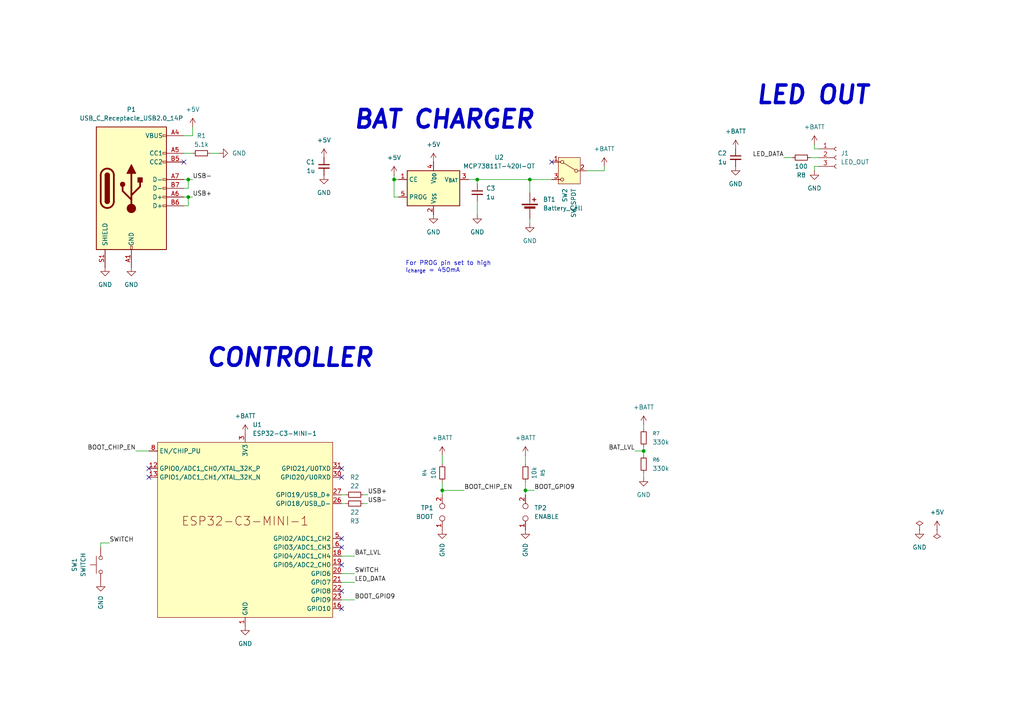
<source format=kicad_sch>
(kicad_sch (version 20250114) (generator "eeschema") (generator_version "9.0")
  (paper "A4")
  (title_block (title "Wearable WLED Controller") (date "2025-12-23") (rev "0.0.0") (company "Miłosz Derżko"))
  (lib_symbols
    (symbol "Battery_Management:MCP73811T-420I-OT"
      (property "Reference" "U" (at -6.35 6.35 0))
      (property "Value" "MCP73811T-420I-OT" (at 1.27 6.35 0))
      (symbol "MCP73811T-420I-OT_0_1"
        (rectangle (start -7.62 5.08) (end 7.62 -5.08) (stroke (width 0.254)) (fill (type background)))
      )
      (symbol "MCP73811T-420I-OT_1_1"
        (pin input line (at -10.16 2.54 0) (length 2.54) (name "CE") (number "1"))
        (pin input line (at -10.16 -2.54 0) (length 2.54) (name "PROG") (number "5"))
        (pin power_in line (at 0 7.62 270) (length 2.54) (name "V_{DD}") (number "4"))
        (pin power_in line (at 0 -7.62 90) (length 2.54) (name "V_{SS}") (number "2"))
        (pin power_out line (at 10.16 2.54 180) (length 2.54) (name "V_{BAT}") (number "3"))
      )
    )
    (symbol "Connector:Conn_01x03_Socket" (pin_names (offset 1.016) (hide yes))
      (property "Reference" "J" (at 0 5.08 0))
      (property "Value" "Conn_01x03_Socket" (at 0 -5.08 0))
      (symbol "Conn_01x03_Socket_1_1"
        (polyline (pts (xy -1.27 2.54) (xy -0.508 2.54)) (stroke (width 0.1524)))
        (polyline (pts (xy -1.27 0) (xy -0.508 0)) (stroke (width 0.1524)))
        (polyline (pts (xy -1.27 -2.54) (xy -0.508 -2.54)) (stroke (width 0.1524)))
        (arc (start 0 2.032) (mid -0.5058 2.54) (end 0 3.048) (stroke (width 0.1524)))
        (arc (start 0 -0.508) (mid -0.5058 0) (end 0 0.508) (stroke (width 0.1524)))
        (arc (start 0 -3.048) (mid -0.5058 -2.54) (end 0 -2.032) (stroke (width 0.1524)))
        (pin passive line (at -5.08 2.54 0) (length 3.81) (name "Pin_1") (number "1"))
        (pin passive line (at -5.08 0 0) (length 3.81) (name "Pin_2") (number "2"))
        (pin passive line (at -5.08 -2.54 0) (length 3.81) (name "Pin_3") (number "3"))
      )
    )
    (symbol "Connector:TestPoint_2Pole" (pin_names (offset 0.762) (hide yes))
      (property "Reference" "TP" (at 0 1.524 0))
      (property "Value" "TestPoint_2Pole" (at 0 -1.778 0))
      (symbol "TestPoint_2Pole_0_1"
        (circle (center -1.778 0) (radius 0.762))
        (circle (center 1.778 0) (radius 0.762))
        (pin passive line (at -5.08 0 0) (length 2.54) (name "1") (number "1"))
        (pin passive line (at 5.08 0 180) (length 2.54) (name "2") (number "2"))
      )
    )
    (symbol "Connector:USB_C_Receptacle_USB2.0_14P" (pin_names (offset 1.016))
      (property "Reference" "J" (at 0 22.225 0))
      (property "Value" "USB_C_Receptacle_USB2.0_14P" (at 0 19.685 0))
      (symbol "USB_C_Receptacle_USB2.0_14P_0_0"
        (rectangle (start -0.254 -17.78) (end 0.254 -16.764))
        (rectangle (start 10.16 15.494) (end 9.144 14.986))
        (rectangle (start 10.16 10.414) (end 9.144 9.906))
        (rectangle (start 10.16 7.874) (end 9.144 7.366))
        (rectangle (start 10.16 2.794) (end 9.144 2.286))
        (rectangle (start 10.16 0.254) (end 9.144 -0.254))
        (rectangle (start 10.16 -2.286) (end 9.144 -2.794))
        (rectangle (start 10.16 -4.826) (end 9.144 -5.334))
      )
      (symbol "USB_C_Receptacle_USB2.0_14P_0_1"
        (rectangle (start -10.16 17.78) (end 10.16 -17.78) (stroke (width 0.254)) (fill (type background)))
        (polyline (pts (xy -8.89 -3.81) (xy -8.89 3.81)) (stroke (width 0.508)))
        (rectangle (start -7.62 -3.81) (end -6.35 3.81) (stroke (width 0.254)) (fill (type outline)))
        (arc (start -7.62 3.81) (mid -6.985 4.4423) (end -6.35 3.81) (stroke (width 0.254)))
        (arc (start -7.62 3.81) (mid -6.985 4.4423) (end -6.35 3.81) (stroke (width 0.254)) (fill (type outline)))
        (arc (start -8.89 3.81) (mid -6.985 5.7067) (end -5.08 3.81) (stroke (width 0.508)))
        (arc (start -5.08 -3.81) (mid -6.985 -5.7067) (end -8.89 -3.81) (stroke (width 0.508)))
        (arc (start -6.35 -3.81) (mid -6.985 -4.4423) (end -7.62 -3.81) (stroke (width 0.254)))
        (arc (start -6.35 -3.81) (mid -6.985 -4.4423) (end -7.62 -3.81) (stroke (width 0.254)) (fill (type outline)))
        (polyline (pts (xy -5.08 3.81) (xy -5.08 -3.81)) (stroke (width 0.508)))
        (circle (center -2.54 1.143) (radius 0.635) (stroke (width 0.254)) (fill (type outline)))
        (polyline (pts (xy -1.27 4.318) (xy 0 6.858) (xy 1.27 4.318) (xy -1.27 4.318)) (stroke (width 0.254)) (fill (type outline)))
        (polyline (pts (xy 0 -2.032) (xy 2.54 0.508) (xy 2.54 1.778)) (stroke (width 0.508)))
        (polyline (pts (xy 0 -3.302) (xy -2.54 -0.762) (xy -2.54 0.508)) (stroke (width 0.508)))
        (polyline (pts (xy 0 -5.842) (xy 0 4.318)) (stroke (width 0.508)))
        (circle (center 0 -5.842) (radius 1.27) (fill (type outline)))
        (rectangle (start 1.905 1.778) (end 3.175 3.048) (stroke (width 0.254)) (fill (type outline)))
      )
      (symbol "USB_C_Receptacle_USB2.0_14P_1_1"
        (pin passive line (at -7.62 -22.86 90) (length 5.08) (name "SHIELD") (number "S1"))
        (pin passive line (at 0 -22.86 90) (length 5.08) (name "GND") (number "A1"))
        (pin passive line (at 0 -22.86 90) (length 5.08) (hide yes) (name "GND") (number "A12"))
        (pin passive line (at 0 -22.86 90) (length 5.08) (hide yes) (name "GND") (number "B1"))
        (pin passive line (at 0 -22.86 90) (length 5.08) (hide yes) (name "GND") (number "B12"))
        (pin passive line (at 15.24 15.24 180) (length 5.08) (name "VBUS") (number "A4"))
        (pin passive line (at 15.24 15.24 180) (length 5.08) (hide yes) (name "VBUS") (number "A9"))
        (pin passive line (at 15.24 15.24 180) (length 5.08) (hide yes) (name "VBUS") (number "B4"))
        (pin passive line (at 15.24 15.24 180) (length 5.08) (hide yes) (name "VBUS") (number "B9"))
        (pin bidirectional line (at 15.24 10.16 180) (length 5.08) (name "CC1") (number "A5"))
        (pin bidirectional line (at 15.24 7.62 180) (length 5.08) (name "CC2") (number "B5"))
        (pin bidirectional line (at 15.24 2.54 180) (length 5.08) (name "D-") (number "A7"))
        (pin bidirectional line (at 15.24 0 180) (length 5.08) (name "D-") (number "B7"))
        (pin bidirectional line (at 15.24 -2.54 180) (length 5.08) (name "D+") (number "A6"))
        (pin bidirectional line (at 15.24 -5.08 180) (length 5.08) (name "D+") (number "B6"))
      )
    )
    (symbol "Device:Battery_Cell" (pin_numbers (hide yes)) (pin_names (offset 0) (hide yes))
      (property "Reference" "BT" (at 2.54 2.54 0))
      (property "Value" "Battery_Cell" (at 2.54 0 0))
      (symbol "Battery_Cell_0_1"
        (rectangle (start -2.286 1.778) (end 2.286 1.524) (fill (type outline)))
        (rectangle (start -1.524 1.016) (end 1.524 0.508) (fill (type outline)))
        (polyline (pts (xy 0 1.778) (xy 0 2.54)))
        (polyline (pts (xy 0 0.762) (xy 0 0)))
        (polyline (pts (xy 0.762 3.048) (xy 1.778 3.048)) (stroke (width 0.254)))
        (polyline (pts (xy 1.27 3.556) (xy 1.27 2.54)) (stroke (width 0.254)))
      )
      (symbol "Battery_Cell_1_1"
        (pin passive line (at 0 5.08 270) (length 2.54) (name "+") (number "1"))
        (pin passive line (at 0 -2.54 90) (length 2.54) (name "-") (number "2"))
      )
    )
    (symbol "Device:C_Small" (pin_numbers (hide yes)) (pin_names (offset 0.254) (hide yes))
      (property "Reference" "C" (at 0.254 1.778 0))
      (property "Value" "C_Small" (at 0.254 -2.032 0))
      (symbol "C_Small_0_1"
        (polyline (pts (xy -1.524 0.508) (xy 1.524 0.508)) (stroke (width 0.3048)))
        (polyline (pts (xy -1.524 -0.508) (xy 1.524 -0.508)) (stroke (width 0.3302)))
      )
      (symbol "C_Small_1_1"
        (pin passive line (at 0 2.54 270) (length 2.032) (name "~") (number "1"))
        (pin passive line (at 0 -2.54 90) (length 2.032) (name "~") (number "2"))
      )
    )
    (symbol "Device:R_Small" (pin_numbers (hide yes)) (pin_names (offset 0.254) (hide yes))
      (property "Reference" "R" (at 0 0 90))
      (property "Value" "R_Small" (at 1.778 0 90))
      (symbol "R_Small_0_1"
        (rectangle (start -0.762 1.778) (end 0.762 -1.778) (stroke (width 0.2032)))
      )
      (symbol "R_Small_1_1"
        (pin passive line (at 0 2.54 270) (length 0.762) (name "~") (number "1"))
        (pin passive line (at 0 -2.54 90) (length 0.762) (name "~") (number "2"))
      )
    )
    (symbol "Espressif:ESP32-C3-MINI-1"
      (property "Reference" "U" (at -25.4 30.48 0))
      (property "Value" "ESP32-C3-MINI-1" (at -25.4 27.94 0))
      (symbol "ESP32-C3-MINI-1_0_0"
        (text "ESP32-C3-MINI-1" (at 0 2.54 0) (effects (font (size 2.54 2.54))))
      )
      (symbol "ESP32-C3-MINI-1_0_1"
        (rectangle (start -25.4 25.4) (end 25.4 -25.4) (fill (type background)))
      )
      (symbol "ESP32-C3-MINI-1_1_1"
        (pin input line (at -27.94 22.86 0) (length 2.54) (name "EN/CHIP_PU") (number "8"))
        (pin bidirectional line (at -27.94 17.78 0) (length 2.54) (name "GPIO0/ADC1_CH0/XTAL_32K_P") (number "12"))
        (pin bidirectional line (at -27.94 15.24 0) (length 2.54) (name "GPIO1/ADC1_CH1/XTAL_32K_N") (number "13"))
        (pin no_connect line (at -25.4 10.16 0) (length 2.54) (hide yes) (name "NC") (number "4"))
        (pin no_connect line (at -25.4 7.62 0) (length 2.54) (hide yes) (name "NC") (number "7"))
        (pin no_connect line (at -25.4 5.08 0) (length 2.54) (hide yes) (name "NC") (number "9"))
        (pin no_connect line (at -25.4 2.54 0) (length 2.54) (hide yes) (name "NC") (number "10"))
        (pin no_connect line (at -25.4 0 0) (length 2.54) (hide yes) (name "NC") (number "15"))
        (pin no_connect line (at -25.4 -2.54 0) (length 2.54) (hide yes) (name "NC") (number "17"))
        (pin no_connect line (at -25.4 -5.08 0) (length 2.54) (hide yes) (name "NC") (number "24"))
        (pin no_connect line (at -25.4 -7.62 0) (length 2.54) (hide yes) (name "NC") (number "25"))
        (pin no_connect line (at -25.4 -10.16 0) (length 2.54) (hide yes) (name "NC") (number "28"))
        (pin no_connect line (at -25.4 -12.7 0) (length 2.54) (hide yes) (name "NC") (number "29"))
        (pin no_connect line (at -25.4 -15.24 0) (length 2.54) (hide yes) (name "NC") (number "32"))
        (pin no_connect line (at -25.4 -17.78 0) (length 2.54) (hide yes) (name "NC") (number "33"))
        (pin no_connect line (at -25.4 -20.32 0) (length 2.54) (hide yes) (name "NC") (number "34"))
        (pin no_connect line (at -25.4 -22.86 0) (length 2.54) (hide yes) (name "NC") (number "35"))
        (pin power_in line (at 0 27.94 270) (length 2.54) (name "3V3") (number "3"))
        (pin power_in line (at 0 -27.94 90) (length 2.54) (name "GND") (number "1"))
        (pin passive line (at 0 -27.94 90) (length 2.54) (hide yes) (name "GND") (number "11"))
        (pin passive line (at 0 -27.94 90) (length 2.54) (hide yes) (name "GND") (number "14"))
        (pin passive line (at 0 -27.94 90) (length 2.54) (hide yes) (name "GND") (number "2"))
        (pin passive line (at 0 -27.94 90) (length 2.54) (hide yes) (name "GND") (number "36"))
        (pin passive line (at 0 -27.94 90) (length 2.54) (hide yes) (name "GND") (number "37"))
        (pin passive line (at 0 -27.94 90) (length 2.54) (hide yes) (name "GND") (number "38"))
        (pin passive line (at 0 -27.94 90) (length 2.54) (hide yes) (name "GND") (number "39"))
        (pin passive line (at 0 -27.94 90) (length 2.54) (hide yes) (name "GND") (number "40"))
        (pin passive line (at 0 -27.94 90) (length 2.54) (hide yes) (name "GND") (number "41"))
        (pin passive line (at 0 -27.94 90) (length 2.54) (hide yes) (name "GND") (number "42"))
        (pin passive line (at 0 -27.94 90) (length 2.54) (hide yes) (name "GND") (number "43"))
        (pin passive line (at 0 -27.94 90) (length 2.54) (hide yes) (name "GND") (number "44"))
        (pin passive line (at 0 -27.94 90) (length 2.54) (hide yes) (name "GND") (number "45"))
        (pin passive line (at 0 -27.94 90) (length 2.54) (hide yes) (name "GND") (number "46"))
        (pin passive line (at 0 -27.94 90) (length 2.54) (hide yes) (name "GND") (number "47"))
        (pin passive line (at 0 -27.94 90) (length 2.54) (hide yes) (name "GND") (number "48"))
        (pin passive line (at 0 -27.94 90) (length 2.54) (hide yes) (name "GND") (number "49"))
        (pin passive line (at 0 -27.94 90) (length 2.54) (hide yes) (name "GND") (number "50"))
        (pin passive line (at 0 -27.94 90) (length 2.54) (hide yes) (name "GND") (number "51"))
        (pin passive line (at 0 -27.94 90) (length 2.54) (hide yes) (name "GND") (number "52"))
        (pin passive line (at 0 -27.94 90) (length 2.54) (hide yes) (name "GND") (number "53"))
        (pin bidirectional line (at 27.94 17.78 180) (length 2.54) (name "GPIO21/U0TXD") (number "31"))
        (pin bidirectional line (at 27.94 15.24 180) (length 2.54) (name "GPIO20/U0RXD") (number "30"))
        (pin bidirectional line (at 27.94 10.16 180) (length 2.54) (name "GPIO19/USB_D+") (number "27"))
        (pin bidirectional line (at 27.94 7.62 180) (length 2.54) (name "GPIO18/USB_D-") (number "26"))
        (pin bidirectional line (at 27.94 -2.54 180) (length 2.54) (name "GPIO2/ADC1_CH2") (number "5"))
        (pin bidirectional line (at 27.94 -5.08 180) (length 2.54) (name "GPIO3/ADC1_CH3") (number "6"))
        (pin bidirectional line (at 27.94 -7.62 180) (length 2.54) (name "GPIO4/ADC1_CH4") (number "18"))
        (pin bidirectional line (at 27.94 -10.16 180) (length 2.54) (name "GPIO5/ADC2_CH0") (number "19"))
        (pin bidirectional line (at 27.94 -12.7 180) (length 2.54) (name "GPIO6") (number "20"))
        (pin bidirectional line (at 27.94 -15.24 180) (length 2.54) (name "GPIO7") (number "21"))
        (pin bidirectional line (at 27.94 -17.78 180) (length 2.54) (name "GPIO8") (number "22"))
        (pin bidirectional line (at 27.94 -20.32 180) (length 2.54) (name "GPIO9") (number "23"))
        (pin bidirectional line (at 27.94 -22.86 180) (length 2.54) (name "GPIO10") (number "16"))
      )
    )
    (symbol "GND_1" (power) (pin_numbers (hide yes)) (pin_names (offset 0) (hide yes))
      (property "Value" "GND" (at 0 -3.81 0))
      (symbol "GND_1_0_1"
        (polyline (pts (xy 0 0) (xy 0 -1.27) (xy 1.27 -1.27) (xy 0 -2.54) (xy -1.27 -1.27) (xy 0 -1.27)))
      )
      (symbol "GND_1_1_1"
        (pin power_in line (at 0 0 270) (length 0) (name "~") (number "1"))
      )
    )
    (symbol "R_Small_1" (pin_numbers (hide yes)) (pin_names (offset 0.254) (hide yes))
      (property "Reference" "R" (at 0 0 90))
      (property "Value" "R_Small" (at 1.778 0 90))
      (symbol "R_Small_1_0_1"
        (rectangle (start -0.762 1.778) (end 0.762 -1.778) (stroke (width 0.2032)))
      )
      (symbol "R_Small_1_1_1"
        (pin passive line (at 0 2.54 270) (length 0.762) (name "~") (number "1"))
        (pin passive line (at 0 -2.54 90) (length 0.762) (name "~") (number "2"))
      )
    )
    (symbol "Switch:SW_Push" (pin_numbers (hide yes)) (pin_names (offset 1.016) (hide yes))
      (property "Reference" "SW" (at 1.27 2.54 0))
      (property "Value" "SW_Push" (at 0 -1.524 0))
      (symbol "SW_Push_0_1"
        (circle (center -2.032 0) (radius 0.508))
        (polyline (pts (xy 0 1.27) (xy 0 3.048)))
        (circle (center 2.032 0) (radius 0.508))
        (polyline (pts (xy 2.54 1.27) (xy -2.54 1.27)))
        (pin passive line (at -5.08 0 0) (length 2.54) (name "1") (number "1"))
        (pin passive line (at 5.08 0 180) (length 2.54) (name "2") (number "2"))
      )
    )
    (symbol "Switch:SW_SPDT" (pin_names (offset 0) (hide yes))
      (property "Reference" "SW" (at 0 5.08 0))
      (property "Value" "SW_SPDT" (at 0 -5.08 0))
      (symbol "SW_SPDT_0_1"
        (circle (center -2.032 0) (radius 0.4572))
        (polyline (pts (xy -1.651 0.254) (xy 1.651 2.286)))
        (circle (center 2.032 2.54) (radius 0.4572))
        (circle (center 2.032 -2.54) (radius 0.4572))
      )
      (symbol "SW_SPDT_1_1"
        (rectangle (start -3.175 3.81) (end 3.175 -3.81) (fill (type background)))
        (pin passive line (at -5.08 0 0) (length 2.54) (name "B") (number "2"))
        (pin passive line (at 5.08 2.54 180) (length 2.54) (name "A") (number "1"))
        (pin passive line (at 5.08 -2.54 180) (length 2.54) (name "C") (number "3"))
      )
    )
    (symbol "power:+5V" (power) (pin_numbers (hide yes)) (pin_names (offset 0) (hide yes))
      (property "Value" "+5V" (at 0 3.556 0))
      (symbol "+5V_0_1"
        (polyline (pts (xy -0.762 1.27) (xy 0 2.54)))
        (polyline (pts (xy 0 2.54) (xy 0.762 1.27)))
        (polyline (pts (xy 0 0) (xy 0 2.54)))
      )
      (symbol "+5V_1_1"
        (pin power_in line (at 0 0 90) (length 0) (name "~") (number "1"))
      )
    )
    (symbol "power:+BATT" (power) (pin_numbers (hide yes)) (pin_names (offset 0) (hide yes))
      (property "Value" "+BATT" (at 0 3.556 0))
      (symbol "+BATT_0_1"
        (polyline (pts (xy -0.762 1.27) (xy 0 2.54)))
        (polyline (pts (xy 0 2.54) (xy 0.762 1.27)))
        (polyline (pts (xy 0 0) (xy 0 2.54)))
      )
      (symbol "+BATT_1_1"
        (pin power_in line (at 0 0 90) (length 0) (name "~") (number "1"))
      )
    )
    (symbol "power:GND" (power) (pin_numbers (hide yes)) (pin_names (offset 0) (hide yes))
      (property "Value" "GND" (at 0 -3.81 0))
      (symbol "GND_0_1"
        (polyline (pts (xy 0 0) (xy 0 -1.27) (xy 1.27 -1.27) (xy 0 -2.54) (xy -1.27 -1.27) (xy 0 -1.27)))
      )
      (symbol "GND_1_1"
        (pin power_in line (at 0 0 270) (length 0) (name "~") (number "1"))
      )
    )
    (symbol "power:PWR_FLAG" (power) (pin_numbers (hide yes)) (pin_names (offset 0) (hide yes))
      (property "Value" "PWR_FLAG" (at 0 3.81 0))
      (symbol "PWR_FLAG_0_0"
        (pin power_out line (at 0 0 90) (length 0) (name "~") (number "1"))
      )
      (symbol "PWR_FLAG_0_1"
        (polyline (pts (xy 0 0) (xy 0 1.27) (xy -1.016 1.905) (xy 0 2.54) (xy 1.016 1.905) (xy 0 1.27)))
      )
    )
  )
  (text "LED OUT" (at 235.712 27.686 0) (effects (font (size 5.08 5.08) (thickness 1.016) (bold yes) (italic yes))))
  (text "For PROG pin set to high\nI_{charge} = 450mA" (at 117.602 77.47 0) (effects (font (size 1.27 1.27)) (justify left)))
  (text "CONTROLLER" (at 84.074 103.886 0) (effects (font (size 5.08 5.08) (thickness 1.016) (bold yes) (italic yes))))
  (text "BAT CHARGER" (at 128.778 34.798 0) (effects (font (size 5.08 5.08) (thickness 1.016) (bold yes) (italic yes))))
  (junction (at 54.61 52.07))
  (junction (at 186.69 130.81))
  (junction (at 138.43 52.07))
  (junction (at 153.67 52.07))
  (junction (at 128.27 142.24))
  (junction (at 54.61 57.15))
  (junction (at 152.4 142.24))
  (junction (at 114.3 52.07))
  (no_connect (at 53.34 46.99))
  (no_connect (at 43.18 135.89))
  (no_connect (at 99.06 163.83))
  (no_connect (at 160.02 46.99))
  (no_connect (at 43.18 138.43))
  (no_connect (at 99.06 176.53))
  (no_connect (at 99.06 156.21))
  (no_connect (at 99.06 135.89))
  (no_connect (at 99.06 138.43))
  (no_connect (at 99.06 171.45))
  (no_connect (at 99.06 158.75))
  (wire (pts (xy 186.69 138.43) (xy 186.69 137.16)))
  (wire (pts (xy 54.61 59.69) (xy 54.61 57.15)))
  (wire (pts (xy 53.34 44.45) (xy 55.88 44.45)))
  (wire (pts (xy 55.88 57.15) (xy 54.61 57.15)))
  (wire (pts (xy 227.33 45.72) (xy 229.87 45.72)))
  (wire (pts (xy 128.27 134.62) (xy 128.27 132.08)))
  (wire (pts (xy 184.15 130.81) (xy 186.69 130.81)))
  (wire (pts (xy 100.33 146.05) (xy 99.06 146.05)))
  (wire (pts (xy 186.69 123.19) (xy 186.69 124.46)))
  (wire (pts (xy 100.33 143.51) (xy 99.06 143.51)))
  (wire (pts (xy 29.21 158.75) (xy 29.21 157.48)))
  (wire (pts (xy 234.95 45.72) (xy 237.49 45.72)))
  (wire (pts (xy 29.21 157.48) (xy 31.75 157.48)))
  (wire (pts (xy 99.06 168.91) (xy 102.87 168.91)))
  (wire (pts (xy 236.22 48.26) (xy 236.22 49.53)))
  (wire (pts (xy 128.27 143.51) (xy 128.27 142.24)))
  (wire (pts (xy 152.4 142.24) (xy 154.94 142.24)))
  (wire (pts (xy 114.3 50.8) (xy 114.3 52.07)))
  (wire (pts (xy 152.4 134.62) (xy 152.4 132.08)))
  (wire (pts (xy 54.61 54.61) (xy 54.61 52.07)))
  (wire (pts (xy 102.87 161.29) (xy 99.06 161.29)))
  (wire (pts (xy 236.22 41.91) (xy 236.22 43.18)))
  (wire (pts (xy 138.43 53.34) (xy 138.43 52.07)))
  (wire (pts (xy 138.43 58.42) (xy 138.43 62.23)))
  (wire (pts (xy 153.67 63.5) (xy 153.67 64.77)))
  (wire (pts (xy 39.37 130.81) (xy 43.18 130.81)))
  (wire (pts (xy 54.61 57.15) (xy 53.34 57.15)))
  (wire (pts (xy 160.02 52.07) (xy 153.67 52.07)))
  (wire (pts (xy 153.67 52.07) (xy 153.67 55.88)))
  (wire (pts (xy 53.34 59.69) (xy 54.61 59.69)))
  (wire (pts (xy 128.27 142.24) (xy 134.62 142.24)))
  (wire (pts (xy 106.68 143.51) (xy 105.41 143.51)))
  (wire (pts (xy 99.06 166.37) (xy 102.87 166.37)))
  (wire (pts (xy 236.22 48.26) (xy 237.49 48.26)))
  (wire (pts (xy 55.88 39.37) (xy 53.34 39.37)))
  (wire (pts (xy 106.68 146.05) (xy 105.41 146.05)))
  (wire (pts (xy 152.4 139.7) (xy 152.4 142.24)))
  (wire (pts (xy 114.3 52.07) (xy 114.3 57.15)))
  (wire (pts (xy 236.22 43.18) (xy 237.49 43.18)))
  (wire (pts (xy 138.43 52.07) (xy 153.67 52.07)))
  (wire (pts (xy 54.61 52.07) (xy 53.34 52.07)))
  (wire (pts (xy 128.27 142.24) (xy 128.27 139.7)))
  (wire (pts (xy 186.69 129.54) (xy 186.69 130.81)))
  (wire (pts (xy 55.88 52.07) (xy 54.61 52.07)))
  (wire (pts (xy 186.69 130.81) (xy 186.69 132.08)))
  (wire (pts (xy 114.3 52.07) (xy 115.57 52.07)))
  (wire (pts (xy 55.88 36.83) (xy 55.88 39.37)))
  (wire (pts (xy 114.3 57.15) (xy 115.57 57.15)))
  (wire (pts (xy 53.34 54.61) (xy 54.61 54.61)))
  (wire (pts (xy 60.96 44.45) (xy 63.5 44.45)))
  (wire (pts (xy 170.18 49.53) (xy 175.26 49.53)))
  (wire (pts (xy 152.4 142.24) (xy 152.4 143.51)))
  (wire (pts (xy 138.43 52.07) (xy 135.89 52.07)))
  (wire (pts (xy 102.87 173.99) (xy 99.06 173.99)))
  (wire (pts (xy 175.26 48.26) (xy 175.26 49.53)))
  (label "BOOT_CHIP_EN" (at 134.62 142.24 0))
  (label "USB+" (at 55.88 57.15 0))
  (label "BOOT_CHIP_EN" (at 39.37 130.81 180))
  (label "BOOT_GPIO9" (at 154.94 142.24 0))
  (label "SWITCH" (at 102.87 166.37 0))
  (label "LED_DATA" (at 227.33 45.72 180))
  (label "USB-" (at 55.88 52.07 0))
  (label "LED_DATA" (at 102.87 168.91 0))
  (label "SWITCH" (at 31.75 157.48 0))
  (label "BOOT_GPIO9" (at 102.87 173.99 0))
  (label "USB+" (at 106.68 143.51 0))
  (label "BAT_LVL" (at 102.87 161.29 0))
  (label "BAT_LVL" (at 184.15 130.81 180))
  (label "USB-" (at 106.68 146.05 0))
  (symbol (lib_id "Device:R_Small") (at 102.87 143.51 90) (unit 1)
    (property "Reference" "R2" (at 102.87 138.43 90))
    (property "Value" "22" (at 102.87 140.97 90))
    (property "Footprint" "Resistor_SMD:R_0603_1608Metric_Pad0.98x0.95mm_HandSolder" (effects (hide yes)))
    (property "shop_url" "https://allegro.pl/oferta/640szt-zestaw-rezystorow-smd-0603-32-wartosci-11048988499" (effects (hide yes)))
  )
  (symbol (lib_id "power:GND") (at 38.1 77.47 0) (mirror y) (unit 1)
    (property "Reference" "#PWR03" (effects (hide yes)))
    (property "Value" "GND" (at 38.1 82.55 0))
  )
  (symbol (lib_id "power:+BATT") (at 213.36 43.18 0) (unit 1)
    (property "Reference" "#PWR029" (effects (hide yes)))
    (property "Value" "+BATT" (at 213.36 38.1 0))
    (property "Description" "Power symbol creates a global label with name \"+BATT\"" (effects (hide yes)))
  )
  (symbol (lib_id "power:+BATT") (at 186.69 123.19 0) (unit 1)
    (property "Reference" "#PWR020" (effects (hide yes)))
    (property "Value" "+BATT" (at 186.69 118.11 0))
    (property "Description" "Power symbol creates a global label with name \"+BATT\"" (effects (hide yes)))
  )
  (symbol (lib_id "Device:R_Small") (at 102.87 146.05 90) (mirror x) (unit 1)
    (property "Reference" "R3" (at 102.87 151.13 90))
    (property "Value" "22" (at 102.87 148.59 90))
    (property "Footprint" "Resistor_SMD:R_0603_1608Metric_Pad0.98x0.95mm_HandSolder" (effects (hide yes)))
    (property "shop_url" "https://allegro.pl/oferta/640szt-zestaw-rezystorow-smd-0603-32-wartosci-11048988499" (effects (hide yes)))
  )
  (symbol (lib_id "power:GND") (at 153.67 64.77 0) (unit 1)
    (property "Reference" "#PWR019" (effects (hide yes)))
    (property "Value" "GND" (at 153.67 69.85 0))
    (property "Description" "Power symbol creates a global label with name \"GND\" , ground" (effects (hide yes)))
  )
  (symbol (lib_name "R_Small_1") (lib_id "Device:R_Small") (at 128.27 137.16 0) (mirror y) (unit 1)
    (property "Reference" "R4" (at 123.19 137.16 90) (effects (font (size 1.016 1.016))))
    (property "Value" "10k" (at 125.73 137.16 90))
    (property "Footprint" "Resistor_SMD:R_0603_1608Metric_Pad0.98x0.95mm_HandSolder" (effects (hide yes)))
    (property "Description" "Resistor, small symbol" (effects (hide yes)))
  )
  (symbol (lib_id "Device:C_Small") (at 93.98 48.26 0) (mirror y) (unit 1)
    (property "Reference" "C1" (at 91.44 46.9962 0) (effects (justify left)))
    (property "Value" "1u" (at 91.44 49.5362 0) (effects (justify left)))
    (property "Footprint" "Capacitor_SMD:C_0603_1608Metric_Pad1.08x0.95mm_HandSolder" (effects (hide yes)))
    (property "Description" "Unpolarized capacitor, small symbol" (effects (hide yes)))
  )
  (symbol (lib_id "power:+BATT") (at 128.27 132.08 0) (unit 1)
    (property "Reference" "#PWR015" (effects (hide yes)))
    (property "Value" "+BATT" (at 128.27 127 0))
    (property "Description" "Power symbol creates a global label with name \"+BATT\"" (effects (hide yes)))
  )
  (symbol (lib_id "power:+5V") (at 125.73 46.99 0) (unit 1)
    (property "Reference" "#PWR013" (effects (hide yes)))
    (property "Value" "+5V" (at 125.73 41.91 0))
    (property "Description" "Power symbol creates a global label with name \"+5V\"" (effects (hide yes)))
  )
  (symbol (lib_id "power:GND") (at 138.43 62.23 0) (unit 1)
    (property "Reference" "#PWR018" (effects (hide yes)))
    (property "Value" "GND" (at 138.43 67.31 0))
    (property "Description" "Power symbol creates a global label with name \"GND\" , ground" (effects (hide yes)))
  )
  (symbol (lib_id "power:+5V") (at 271.78 153.67 0) (unit 1)
    (property "Reference" "#PWR028" (effects (hide yes)))
    (property "Value" "+5V" (at 271.78 148.59 0))
    (property "Description" "Power symbol creates a global label with name \"+5V\"" (effects (hide yes)))
  )
  (symbol (lib_id "power:+BATT") (at 236.22 41.91 0) (unit 1)
    (property "Reference" "#PWR030" (effects (hide yes)))
    (property "Value" "+BATT" (at 236.22 36.83 0))
    (property "Description" "Power symbol creates a global label with name \"+BATT\"" (effects (hide yes)))
  )
  (symbol (lib_id "power:GND") (at 236.22 49.53 0) (unit 1)
    (property "Reference" "#PWR026" (effects (hide yes)))
    (property "Value" "GND" (at 236.22 54.61 0))
    (property "Description" "Power symbol creates a global label with name \"GND\" , ground" (effects (hide yes)))
  )
  (symbol (lib_id "power:GND") (at 266.7 153.67 0) (unit 1)
    (property "Reference" "#PWR027" (effects (hide yes)))
    (property "Value" "GND" (at 266.7 158.75 0))
    (property "Description" "Power symbol creates a global label with name \"GND\" , ground" (effects (hide yes)))
  )
  (symbol (lib_name "GND_1") (lib_id "power:GND") (at 186.69 138.43 0) (mirror y) (unit 1)
    (property "Reference" "#PWR023" (effects (hide yes)))
    (property "Value" "GND" (at 186.69 143.51 0))
    (property "Description" "Power symbol creates a global label with name \"GND\" , ground" (effects (hide yes)))
  )
  (symbol (lib_id "power:PWR_FLAG") (at 266.7 153.67 0) (unit 1)
    (property "Reference" "#FLG01" (effects (hide yes)))
    (property "Value" "PWR_FLAG" (effects (hide yes)))
    (property "Description" "Special symbol for telling ERC where power comes from" (effects (hide yes)))
  )
  (symbol (lib_id "Switch:SW_SPDT") (at 165.1 49.53 0) (mirror y) (unit 1)
    (property "Reference" "SW2" (at 163.8299 54.61 90) (effects (justify right)))
    (property "Value" "SW_SPDT" (at 166.3699 54.61 90) (effects (justify right)))
    (property "Footprint" "Button_Switch_SMD:SW_SPDT_Shouhan_MSK12C02" (effects (hide yes)))
    (property "Description" "Switch, single pole double throw" (effects (hide yes)))
  )
  (symbol (lib_id "power:+BATT") (at 152.4 132.08 0) (unit 1)
    (property "Reference" "#PWR017" (effects (hide yes)))
    (property "Value" "+BATT" (at 152.4 127 0))
    (property "Description" "Power symbol creates a global label with name \"+BATT\"" (effects (hide yes)))
  )
  (symbol (lib_id "Device:R_Small") (at 232.41 45.72 90) (mirror x) (unit 1)
    (property "Reference" "R8" (at 232.41 50.8 90))
    (property "Value" "100" (at 232.41 48.26 90))
    (property "Footprint" "Resistor_SMD:R_0603_1608Metric_Pad0.98x0.95mm_HandSolder" (effects (hide yes)))
    (property "shop_url" "https://allegro.pl/oferta/640szt-zestaw-rezystorow-smd-0603-32-wartosci-11048988499" (effects (hide yes)))
  )
  (symbol (lib_id "power:+BATT") (at 71.12 125.73 0) (unit 1)
    (property "Reference" "#PWR06" (effects (hide yes)))
    (property "Value" "+BATT" (at 71.12 120.65 0))
    (property "Description" "Power symbol creates a global label with name \"+BATT\"" (effects (hide yes)))
  )
  (symbol (lib_id "Device:C_Small") (at 138.43 55.88 0) (unit 1)
    (property "Reference" "C3" (at 140.97 54.6162 0) (effects (justify left)))
    (property "Value" "1u" (at 140.97 57.1562 0) (effects (justify left)))
    (property "Footprint" "Capacitor_SMD:C_0603_1608Metric_Pad1.08x0.95mm_HandSolder" (effects (hide yes)))
    (property "Description" "Unpolarized capacitor, small symbol" (effects (hide yes)))
  )
  (symbol (lib_id "power:+5V") (at 93.98 45.72 0) (mirror y) (unit 1)
    (property "Reference" "#PWR08" (effects (hide yes)))
    (property "Value" "+5V" (at 93.98 40.64 0))
    (property "Description" "Power symbol creates a global label with name \"+5V\"" (effects (hide yes)))
  )
  (symbol (lib_id "Espressif:ESP32-C3-MINI-1") (at 71.12 153.67 0) (unit 1)
    (property "Reference" "U1" (at 73.2633 123.19 0) (effects (justify left)))
    (property "Value" "ESP32-C3-MINI-1" (at 73.2633 125.73 0) (effects (justify left)))
    (property "Footprint" "PCM_Espressif:ESP32-C3-MINI-1" (effects (hide yes)))
    (property "Datasheet" "https://www.espressif.com/sites/default/files/documentation/esp32-c3-mini-1_datasheet_en.pdf" (effects (hide yes)))
    (property "Description" "ESP32-C3-MINI-1 family is an ultra-low-power MCU-based SoC solution that supports 2.4 GHz Wi-Fi and Bluetooth®Low Energy (Bluetooth LE)." (effects (hide yes)))
  )
  (symbol (lib_name "R_Small_1") (lib_id "Device:R_Small") (at 186.69 127 0) (mirror y) (unit 1)
    (property "Reference" "R7" (at 189.23 125.7299 0) (effects (font (size 1.016 1.016)) (justify right)))
    (property "Value" "330k" (at 189.23 128.2699 0) (effects (justify right)))
    (property "Footprint" "Resistor_SMD:R_0603_1608Metric_Pad0.98x0.95mm_HandSolder" (effects (hide yes)))
    (property "Description" "Resistor, small symbol" (effects (hide yes)))
  )
  (symbol (lib_id "power:GND") (at 128.27 153.67 0) (unit 1)
    (property "Reference" "#PWR016" (effects (hide yes)))
    (property "Value" "GND" (at 128.2699 157.48 90) (effects (justify right)))
    (property "Description" "Power symbol creates a global label with name \"GND\" , ground" (effects (hide yes)))
  )
  (symbol (lib_id "Connector:Conn_01x03_Socket") (at 242.57 45.72 0) (unit 1)
    (property "Reference" "J1" (at 243.84 44.4499 0) (effects (justify left)))
    (property "Value" "LED_OUT" (at 243.84 46.9899 0) (effects (justify left)))
    (property "Footprint" "Connector_PinSocket_2.54mm:PinSocket_1x03_P2.54mm_Vertical" (effects (hide yes)))
    (property "Description" "Generic connector, single row, 01x03, script generated" (effects (hide yes)))
  )
  (symbol (lib_id "power:GND") (at 30.48 77.47 0) (mirror y) (unit 1)
    (property "Reference" "#PWR02" (effects (hide yes)))
    (property "Value" "GND" (at 30.48 82.55 0))
  )
  (symbol (lib_id "Switch:SW_Push") (at 29.21 163.83 90) (unit 1)
    (property "Reference" "SW1" (at 21.59 163.83 0))
    (property "Value" "SWITCH" (at 24.13 163.83 0))
    (property "Footprint" "Button_Switch_SMD:SW_SPST_CK_RS282G05A3" (effects (hide yes)))
    (property "Description" "Push button switch, generic, two pins" (effects (hide yes)))
  )
  (symbol (lib_id "power:GND") (at 125.73 62.23 0) (unit 1)
    (property "Reference" "#PWR014" (effects (hide yes)))
    (property "Value" "GND" (at 125.73 67.31 0))
    (property "Description" "Power symbol creates a global label with name \"GND\" , ground" (effects (hide yes)))
  )
  (symbol (lib_id "Device:C_Small") (at 213.36 45.72 0) (mirror y) (unit 1)
    (property "Reference" "C2" (at 210.82 44.4562 0) (effects (justify left)))
    (property "Value" "1u" (at 210.82 46.9962 0) (effects (justify left)))
    (property "Footprint" "Capacitor_SMD:C_0603_1608Metric_Pad1.08x0.95mm_HandSolder" (effects (hide yes)))
    (property "Description" "Unpolarized capacitor, small symbol" (effects (hide yes)))
  )
  (symbol (lib_id "power:+5V") (at 114.3 50.8 0) (unit 1)
    (property "Reference" "#PWR011" (effects (hide yes)))
    (property "Value" "+5V" (at 114.3 45.72 0))
    (property "Description" "Power symbol creates a global label with name \"+5V\"" (effects (hide yes)))
  )
  (symbol (lib_id "power:GND") (at 93.98 50.8 0) (mirror y) (unit 1)
    (property "Reference" "#PWR09" (effects (hide yes)))
    (property "Value" "GND" (at 93.98 55.88 0))
    (property "Description" "Power symbol creates a global label with name \"GND\" , ground" (effects (hide yes)))
  )
  (symbol (lib_id "power:GND") (at 63.5 44.45 90) (unit 1)
    (property "Reference" "#PWR05" (effects (hide yes)))
    (property "Value" "GND" (at 67.31 44.45 90) (effects (justify right)))
  )
  (symbol (lib_id "Device:R_Small") (at 58.42 44.45 90) (unit 1)
    (property "Reference" "R1" (at 58.42 39.37 90))
    (property "Value" "5.1k" (at 58.42 41.91 90))
    (property "Footprint" "Resistor_SMD:R_0603_1608Metric_Pad0.98x0.95mm_HandSolder" (effects (hide yes)))
    (property "shop_url" "https://allegro.pl/oferta/640szt-zestaw-rezystorow-smd-0603-32-wartosci-11048988499" (effects (hide yes)))
  )
  (symbol (lib_id "power:GND") (at 71.12 181.61 0) (unit 1)
    (property "Reference" "#PWR07" (effects (hide yes)))
    (property "Value" "GND" (at 71.12 186.69 0))
    (property "Description" "Power symbol creates a global label with name \"GND\" , ground" (effects (hide yes)))
  )
  (symbol (lib_id "power:GND") (at 213.36 48.26 0) (mirror y) (unit 1)
    (property "Reference" "#PWR025" (effects (hide yes)))
    (property "Value" "GND" (at 213.36 53.34 0))
    (property "Description" "Power symbol creates a global label with name \"GND\" , ground" (effects (hide yes)))
  )
  (symbol (lib_id "Connector:TestPoint_2Pole") (at 152.4 148.59 90) (unit 1)
    (property "Reference" "TP2" (at 154.94 147.3199 90) (effects (justify right)))
    (property "Value" "ENABLE" (at 154.94 149.8599 90) (effects (justify right)))
    (property "Footprint" "Jumper:SolderJumper-2_P1.3mm_Open_RoundedPad1.0x1.5mm" (effects (hide yes)))
    (property "Description" "2-polar test point" (effects (hide yes)))
  )
  (symbol (lib_id "power:+5V") (at 55.88 36.83 0) (unit 1)
    (property "Reference" "#PWR04" (effects (hide yes)))
    (property "Value" "+5V" (at 55.88 31.75 0))
  )
  (symbol (lib_name "R_Small_1") (lib_id "Device:R_Small") (at 152.4 137.16 0) (unit 1)
    (property "Reference" "R5" (at 157.48 137.16 90) (effects (font (size 1.016 1.016))))
    (property "Value" "10k" (at 154.94 137.16 90))
    (property "Footprint" "Resistor_SMD:R_0603_1608Metric_Pad0.98x0.95mm_HandSolder" (effects (hide yes)))
    (property "Description" "Resistor, small symbol" (effects (hide yes)))
  )
  (symbol (lib_id "Connector:TestPoint_2Pole") (at 128.27 148.59 270) (mirror x) (unit 1)
    (property "Reference" "TP1" (at 125.73 147.3199 90) (effects (justify right)))
    (property "Value" "BOOT" (at 125.73 149.8599 90) (effects (justify right)))
    (property "Footprint" "Jumper:SolderJumper-2_P1.3mm_Open_RoundedPad1.0x1.5mm" (effects (hide yes)))
    (property "Description" "2-polar test point" (effects (hide yes)))
  )
  (symbol (lib_id "Device:Battery_Cell") (at 153.67 60.96 0) (unit 1)
    (property "Reference" "BT1" (at 157.48 57.8484 0) (effects (justify left)))
    (property "Value" "Battery_Cell" (at 157.48 60.3884 0) (effects (justify left)))
    (property "Footprint" "Connector_Molex:Molex_PicoBlade_53047-0210_1x02_P1.25mm_Vertical" (effects (hide yes)))
    (property "Description" "Single-cell battery" (effects (hide yes)))
  )
  (symbol (lib_id "power:PWR_FLAG") (at 271.78 153.67 180) (unit 1)
    (property "Reference" "#FLG02" (effects (hide yes)))
    (property "Value" "PWR_FLAG" (effects (hide yes)))
    (property "Description" "Special symbol for telling ERC where power comes from" (effects (hide yes)))
  )
  (symbol (lib_name "R_Small_1") (lib_id "Device:R_Small") (at 186.69 134.62 0) (mirror y) (unit 1)
    (property "Reference" "R6" (at 189.23 133.3499 0) (effects (font (size 1.016 1.016)) (justify right)))
    (property "Value" "330k" (at 189.23 135.8899 0) (effects (justify right)))
    (property "Footprint" "Resistor_SMD:R_0603_1608Metric_Pad0.98x0.95mm_HandSolder" (effects (hide yes)))
    (property "Description" "Resistor, small symbol" (effects (hide yes)))
  )
  (symbol (lib_id "power:GND") (at 152.4 153.67 0) (mirror y) (unit 1)
    (property "Reference" "#PWR021" (effects (hide yes)))
    (property "Value" "GND" (at 152.4001 157.48 90) (effects (justify right)))
    (property "Description" "Power symbol creates a global label with name \"GND\" , ground" (effects (hide yes)))
  )
  (symbol (lib_id "power:GND") (at 29.21 168.91 0) (unit 1)
    (property "Reference" "#PWR01" (effects (hide yes)))
    (property "Value" "GND" (at 29.2099 172.72 90) (effects (justify right)))
    (property "Description" "Power symbol creates a global label with name \"GND\" , ground" (effects (hide yes)))
  )
  (symbol (lib_id "Connector:USB_C_Receptacle_USB2.0_14P") (at 38.1 54.61 0) (unit 1)
    (property "Reference" "P1" (at 38.1 31.75 0))
    (property "Value" "USB_C_Receptacle_USB2.0_14P" (at 38.1 34.29 0))
    (property "Footprint" "Connector_USB:USB_C_Receptacle_G-Switch_GT-USB-7010ASV" (effects (hide yes)))
    (property "Datasheet" "https://www.usb.org/sites/default/files/documents/usb_type-c.zip" (effects (hide yes)))
  )
  (symbol (lib_id "Battery_Management:MCP73811T-420I-OT") (at 125.73 54.61 0) (unit 1)
    (property "Reference" "U2" (at 144.78 45.6498 0))
    (property "Value" "MCP73811T-420I-OT" (at 144.78 48.1898 0))
    (property "Footprint" "Package_TO_SOT_SMD:SOT-23-5" (effects (hide yes)))
    (property "Datasheet" "http://ww1.microchip.com/downloads/en/DeviceDoc/22036b.pdf" (effects (hide yes)))
    (property "Description" "Simple, Miniature Single-Cell, Fully Integrated Li-Ion / Li-Polymer Charge Management Controllers, 85mA/450mA, 4.2V, SOT23-5" (effects (hide yes)))
  )
  (symbol (lib_id "power:+BATT") (at 175.26 48.26 0) (unit 1)
    (property "Reference" "#PWR022" (effects (hide yes)))
    (property "Value" "+BATT" (at 175.26 43.18 0))
    (property "Description" "Power symbol creates a global label with name \"+BATT\"" (effects (hide yes)))
  )
)
</source>
